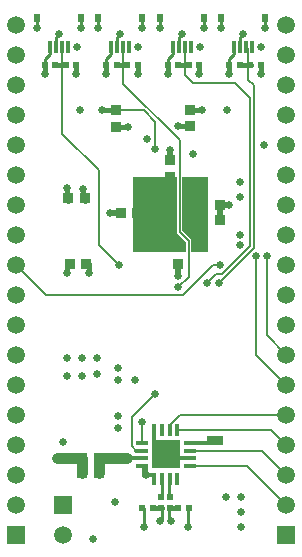
<source format=gbl>
%FSLAX25Y25*%
%MOIN*%
G70*
G01*
G75*
G04 Layer_Physical_Order=4*
G04 Layer_Color=16711680*
%ADD10R,0.03600X0.03600*%
%ADD11R,0.03600X0.03600*%
%ADD12R,0.07087X0.07480*%
%ADD13R,0.01575X0.05315*%
%ADD14R,0.08268X0.06299*%
%ADD15R,0.25787X0.25787*%
%ADD16O,0.01378X0.03937*%
%ADD17O,0.03937X0.01378*%
%ADD18R,0.02200X0.02200*%
%ADD19R,0.01181X0.03937*%
%ADD20R,0.01969X0.03150*%
%ADD21R,0.04724X0.07874*%
%ADD22R,0.04528X0.02953*%
%ADD23R,0.03740X0.05512*%
%ADD24R,0.02362X0.06299*%
%ADD25R,0.02362X0.07087*%
%ADD26C,0.00600*%
%ADD27C,0.01500*%
%ADD28C,0.01000*%
%ADD29C,0.00800*%
%ADD30C,0.01200*%
%ADD31C,0.03500*%
%ADD32C,0.01300*%
%ADD33C,0.02500*%
%ADD34C,0.02300*%
%ADD35C,0.02000*%
%ADD36C,0.05906*%
%ADD37R,0.05906X0.05906*%
%ADD38C,0.02500*%
%ADD39R,0.02200X0.02200*%
%ADD40R,0.03937X0.01260*%
%ADD41R,0.01260X0.03937*%
%ADD42R,0.09449X0.09449*%
%ADD43R,0.01963X0.04400*%
%ADD44R,0.03700X0.01600*%
G36*
X74000Y35000D02*
X68500D01*
Y38000D01*
X74000D01*
Y35000D01*
D02*
G37*
G36*
X58582Y106000D02*
X58582Y106000D01*
X58582D01*
X58652Y105649D01*
X58851Y105351D01*
X61582Y102620D01*
Y99341D01*
X43839D01*
Y124341D01*
X58582D01*
Y106000D01*
D02*
G37*
G36*
X68839Y99341D02*
X63418D01*
Y103000D01*
X63348Y103351D01*
X63149Y103649D01*
X60418Y106380D01*
Y124341D01*
X68839D01*
Y99341D01*
D02*
G37*
D10*
X56339Y129841D02*
D03*
X56339Y124341D02*
D03*
X58839Y95341D02*
D03*
Y100841D02*
D03*
X38313Y146500D02*
D03*
Y141000D02*
D03*
X62997Y146624D02*
D03*
Y141124D02*
D03*
D11*
X22839Y95341D02*
D03*
X28339D02*
D03*
X22339Y117341D02*
D03*
X27839D02*
D03*
X39839Y112341D02*
D03*
X45339Y112341D02*
D03*
X72839Y114841D02*
D03*
X67339D02*
D03*
X72839Y109841D02*
D03*
X67339Y109841D02*
D03*
X32500Y25500D02*
D03*
X27000D02*
D03*
X32500Y30500D02*
D03*
X27000D02*
D03*
D18*
X59100Y14000D02*
D03*
X62600D02*
D03*
X50600D02*
D03*
X47100D02*
D03*
X86500Y161500D02*
D03*
X83000D02*
D03*
X79500D02*
D03*
X76000D02*
D03*
X66000D02*
D03*
X62500D02*
D03*
X59000D02*
D03*
X55500D02*
D03*
X45500D02*
D03*
X42000D02*
D03*
X38500D02*
D03*
X35000D02*
D03*
X25000D02*
D03*
X21500D02*
D03*
X18000D02*
D03*
X14500D02*
D03*
D19*
X16300Y167500D02*
D03*
X18269D02*
D03*
X20237D02*
D03*
X22206D02*
D03*
X36800D02*
D03*
X38769D02*
D03*
X40737D02*
D03*
X42706D02*
D03*
X57300D02*
D03*
X59268D02*
D03*
X61237D02*
D03*
X63205D02*
D03*
X77800D02*
D03*
X79769D02*
D03*
X81737D02*
D03*
X83706D02*
D03*
D20*
X11969Y177342D02*
D03*
X26536D02*
D03*
X32469D02*
D03*
X47036D02*
D03*
X52969D02*
D03*
X67536D02*
D03*
X73469D02*
D03*
X88036D02*
D03*
D26*
X33810Y146500D02*
X47500D01*
X78000Y155500D02*
X83000Y150500D01*
X64000Y155500D02*
X78000D01*
X61237Y158263D02*
X64000Y155500D01*
X61237Y158263D02*
Y167500D01*
X83000Y101197D02*
Y150500D01*
X82215Y156785D02*
X84200Y154800D01*
X72500Y89000D02*
X84200Y100700D01*
Y154800D01*
X73803Y92000D02*
X83000Y101197D01*
X51221Y133500D02*
Y142779D01*
X47500Y146500D02*
X51221Y142779D01*
X59500Y106000D02*
Y136500D01*
X40737Y155263D02*
X59500Y136500D01*
X40737Y155263D02*
Y167500D01*
X88500Y71500D02*
X95000Y65000D01*
X85000D02*
X95000Y55000D01*
X85000Y65000D02*
Y98000D01*
X88500Y71500D02*
Y98000D01*
X70500Y95000D02*
X73000D01*
X60500Y85000D02*
X70500Y95000D01*
X71500Y92000D02*
X73803D01*
X68500Y89000D02*
X71500Y92000D01*
X5000Y95000D02*
X15000Y85000D01*
X60500D01*
X62500Y91000D02*
Y103000D01*
X59000Y87500D02*
X62500Y91000D01*
X82039Y27961D02*
X95000Y15000D01*
X86920Y33079D02*
X95000Y25000D01*
X62971Y33079D02*
X86920D01*
X90129Y39871D02*
X95000Y35000D01*
X62971Y27961D02*
X82039D01*
X58739Y39871D02*
X90129D01*
X43500Y44171D02*
X51335Y52006D01*
X59500Y45000D02*
X95000D01*
X56179Y41679D02*
X59500Y45000D01*
Y106000D02*
X62500Y103000D01*
X81737Y167500D02*
X82215Y167022D01*
Y156785D02*
Y167022D01*
X20237Y161500D02*
Y167500D01*
Y138763D02*
Y161500D01*
X32500Y101539D02*
Y126500D01*
X20237Y138763D02*
X32500Y126500D01*
Y101539D02*
X39197Y94841D01*
X46829Y35639D02*
Y42500D01*
X43500Y34500D02*
X44921Y33079D01*
X43500Y34500D02*
Y44171D01*
D27*
X62997Y146624D02*
X66873D01*
X33810Y146500D02*
X37687D01*
X56300Y14000D02*
X59100D01*
X53400D02*
X53618D01*
X50600D02*
X53400D01*
X76000Y158500D02*
Y161500D01*
X79500D02*
X83263D01*
X59000D02*
X62500D01*
X38500D02*
X42000D01*
X20237D02*
X21500D01*
X18000D02*
X20237D01*
X55500Y158500D02*
Y161500D01*
X66000Y158500D02*
Y161500D01*
X86500Y158500D02*
Y161500D01*
X45500Y158500D02*
Y161500D01*
X35000Y158500D02*
Y161500D01*
X14500Y158500D02*
Y161500D01*
X25000Y158500D02*
Y161500D01*
X59121Y141124D02*
X62997D01*
X38313Y141000D02*
X42190D01*
X29339Y92318D02*
Y95341D01*
X28339Y96341D02*
X29339Y95341D01*
X22008Y95511D02*
X22839Y96341D01*
X22008Y92341D02*
X22008Y95511D01*
X27339Y116841D02*
X27839Y116341D01*
X27339Y120341D02*
X27339Y116841D01*
X22008Y116672D02*
X22339Y116341D01*
X22008Y116672D02*
X22008Y120672D01*
D28*
X56118Y9882D02*
Y14000D01*
X53618Y10118D02*
Y14000D01*
X26531Y177337D02*
X26536Y177342D01*
X26531Y173843D02*
Y177337D01*
X11964D02*
X11969Y177342D01*
X11964Y173843D02*
Y177337D01*
X47031D02*
X47036Y177342D01*
X47031Y173843D02*
Y177337D01*
X32464D02*
X32469Y177342D01*
X32464Y173843D02*
Y177337D01*
X52964Y173843D02*
X52969Y173848D01*
Y177342D01*
X67531Y173843D02*
X67536Y173848D01*
Y177342D01*
X73464Y173843D02*
X73469Y173848D01*
Y177342D01*
X88031Y177337D02*
X88036Y177342D01*
X88031Y173843D02*
Y177337D01*
X62236Y7500D02*
Y14000D01*
X47500Y7500D02*
Y14000D01*
X77800Y165400D02*
Y167500D01*
X76000Y163600D02*
X77800Y165400D01*
X76000Y161500D02*
Y163600D01*
X57300Y165400D02*
Y167500D01*
X55500Y163600D02*
X57300Y165400D01*
X55500Y161500D02*
Y163600D01*
X36800Y165400D02*
Y167500D01*
X35000Y163600D02*
X36800Y165400D01*
X35000Y161500D02*
Y163600D01*
X14500Y161500D02*
Y163600D01*
X16300Y165400D01*
Y167500D01*
X79769D02*
Y170800D01*
X80700Y171731D01*
X59268Y167500D02*
Y170800D01*
X60200Y171731D01*
X38769Y167500D02*
Y170800D01*
X39700Y171731D01*
X18269Y170800D02*
X19200Y171731D01*
X18269Y167500D02*
Y170800D01*
X53000Y9500D02*
X53618Y10118D01*
X56118Y9882D02*
X56500Y9500D01*
X53618Y17500D02*
Y23882D01*
X56118Y17500D02*
Y23823D01*
X56177Y23882D01*
D29*
X56179Y39871D02*
Y41679D01*
D30*
X51061Y35639D02*
X54900Y31800D01*
X51061Y35639D02*
Y39871D01*
X54900Y31800D02*
X56179Y30520D01*
X62971D01*
X42000Y30500D02*
X46829D01*
X44921Y33079D02*
X46829D01*
X62971Y35639D02*
X70309D01*
X71335Y36665D01*
D31*
X32500Y25500D02*
Y30500D01*
X37500D01*
X42000D01*
X27000Y25500D02*
Y30500D01*
X18500D02*
X27000D01*
D32*
X72839Y114841D02*
X72898Y114900D01*
D35*
X75981D01*
X72839Y109841D02*
X72839Y114841D01*
X56339Y133341D02*
X56339Y129841D01*
X36339Y112341D02*
X39839Y112341D01*
X58898Y91400D02*
X58898Y95282D01*
D36*
X20500Y5000D02*
D03*
X95000Y175000D02*
D03*
Y165000D02*
D03*
Y155000D02*
D03*
Y145000D02*
D03*
Y135000D02*
D03*
Y125000D02*
D03*
Y115000D02*
D03*
Y105000D02*
D03*
Y95000D02*
D03*
Y85000D02*
D03*
Y75000D02*
D03*
Y65000D02*
D03*
Y55000D02*
D03*
Y45000D02*
D03*
Y35000D02*
D03*
Y25000D02*
D03*
Y15000D02*
D03*
X5000Y175000D02*
D03*
Y165000D02*
D03*
Y155000D02*
D03*
Y145000D02*
D03*
Y135000D02*
D03*
Y125000D02*
D03*
Y115000D02*
D03*
Y105000D02*
D03*
Y95000D02*
D03*
Y85000D02*
D03*
Y75000D02*
D03*
Y65000D02*
D03*
Y55000D02*
D03*
Y45000D02*
D03*
Y35000D02*
D03*
Y25000D02*
D03*
Y15000D02*
D03*
D37*
X20500D02*
D03*
X95000Y5000D02*
D03*
X5000D02*
D03*
D38*
X48839Y119841D02*
D03*
X56339D02*
D03*
X63839Y119841D02*
D03*
Y104841D02*
D03*
X56339D02*
D03*
X48839D02*
D03*
X48839Y112341D02*
D03*
X63839Y112341D02*
D03*
X56339D02*
D03*
X75434Y146624D02*
D03*
X66873D02*
D03*
X33810Y146500D02*
D03*
X26190D02*
D03*
X62236Y7500D02*
D03*
X47500D02*
D03*
X75000Y17500D02*
D03*
X80000D02*
D03*
Y12500D02*
D03*
Y7500D02*
D03*
X38000Y16106D02*
D03*
X85000Y98000D02*
D03*
X68500Y89000D02*
D03*
X72500D02*
D03*
X59000Y87500D02*
D03*
X73000Y95000D02*
D03*
X79500Y122500D02*
D03*
Y117500D02*
D03*
X87500Y135000D02*
D03*
X64016Y132000D02*
D03*
X11964Y173843D02*
D03*
X26531D02*
D03*
X32464D02*
D03*
X47031D02*
D03*
X52964D02*
D03*
X67531D02*
D03*
X73464D02*
D03*
X88031D02*
D03*
X51221Y133500D02*
D03*
X48662Y136838D02*
D03*
X88500Y98000D02*
D03*
X79500Y105000D02*
D03*
Y101500D02*
D03*
X86700Y167500D02*
D03*
X45700D02*
D03*
X80700Y171900D02*
D03*
X60200D02*
D03*
X39700D02*
D03*
X19200D02*
D03*
X66200Y167500D02*
D03*
X25200D02*
D03*
X76000Y158500D02*
D03*
X55500D02*
D03*
X66000D02*
D03*
X86500D02*
D03*
X45500D02*
D03*
X35000D02*
D03*
X14500D02*
D03*
X25000D02*
D03*
X59121Y141124D02*
D03*
X42190Y141000D02*
D03*
X39197Y94841D02*
D03*
X29339Y92318D02*
D03*
X22008Y120672D02*
D03*
X22008Y92341D02*
D03*
X75981Y114900D02*
D03*
X56500Y9500D02*
D03*
X53000D02*
D03*
X37500Y30500D02*
D03*
X42000D02*
D03*
X48200Y25000D02*
D03*
X71335Y36665D02*
D03*
X54900Y31800D02*
D03*
X46829Y42500D02*
D03*
X51335Y52006D02*
D03*
X18500Y30500D02*
D03*
X20500Y36000D02*
D03*
X44500Y56500D02*
D03*
X56339Y133341D02*
D03*
X58898Y91400D02*
D03*
X36339Y112341D02*
D03*
X39000Y60500D02*
D03*
Y56500D02*
D03*
Y44500D02*
D03*
Y40500D02*
D03*
X30500Y3500D02*
D03*
X22000Y64000D02*
D03*
X27000D02*
D03*
X32000D02*
D03*
X27000Y58000D02*
D03*
X22000D02*
D03*
X32000Y58500D02*
D03*
X27339Y120341D02*
D03*
D39*
X53400Y14000D02*
D03*
Y17500D02*
D03*
X56300Y14000D02*
D03*
Y17500D02*
D03*
D40*
X62971Y35639D02*
D03*
Y33079D02*
D03*
Y30520D02*
D03*
Y27961D02*
D03*
X46829Y35639D02*
D03*
Y33079D02*
D03*
Y30520D02*
D03*
Y27961D02*
D03*
D41*
X51061Y23729D02*
D03*
X53620Y23729D02*
D03*
X56179D02*
D03*
X58739D02*
D03*
X58739Y39871D02*
D03*
X56179D02*
D03*
X53620D02*
D03*
X51061D02*
D03*
D42*
X54900Y31800D02*
D03*
D43*
X47819Y26300D02*
D03*
D44*
X49850Y24900D02*
D03*
M02*

</source>
